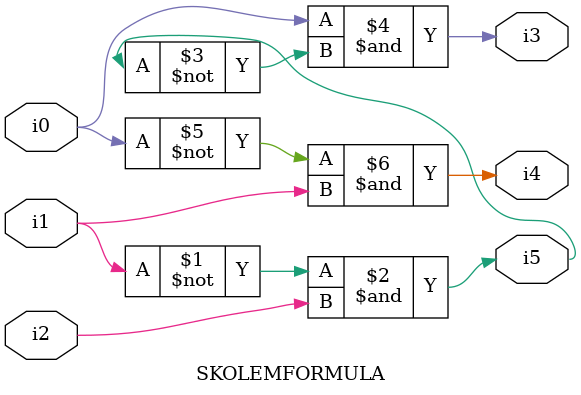
<source format=v>

module SKOLEMFORMULA ( 
    i0, i1, i2,
    i3, i4, i5  );
  input  i0, i1, i2;
  output i3, i4, i5;
  assign i5 = ~i1 & i2;
  assign i3 = i0 & ~i5;
  assign i4 = ~i0 & i1;
endmodule



</source>
